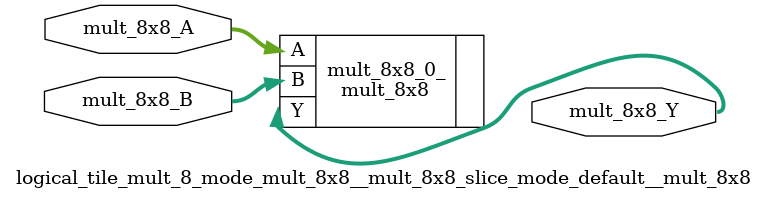
<source format=v>
`default_nettype none

module logical_tile_mult_8_mode_mult_8x8__mult_8x8_slice_mode_default__mult_8x8(mult_8x8_A,
                                                                                mult_8x8_B,
                                                                                mult_8x8_Y);
//----- INPUT PORTS -----
input [0:7] mult_8x8_A;
//----- INPUT PORTS -----
input [0:7] mult_8x8_B;
//----- OUTPUT PORTS -----
output [0:15] mult_8x8_Y;

//----- BEGIN wire-connection ports -----
wire [0:7] mult_8x8_A;
wire [0:7] mult_8x8_B;
wire [0:15] mult_8x8_Y;
//----- END wire-connection ports -----


//----- BEGIN Registered ports -----
//----- END Registered ports -----



// ----- BEGIN Local short connections -----
// ----- END Local short connections -----
// ----- BEGIN Local output short connections -----
// ----- END Local output short connections -----

	mult_8x8 mult_8x8_0_ (
		.A(mult_8x8_A[0:7]),
		.B(mult_8x8_B[0:7]),
		.Y(mult_8x8_Y[0:15]));

endmodule
// ----- END Verilog module for logical_tile_mult_8_mode_mult_8x8__mult_8x8_slice_mode_default__mult_8x8 -----

//----- Default net type -----
`default_nettype wire




</source>
